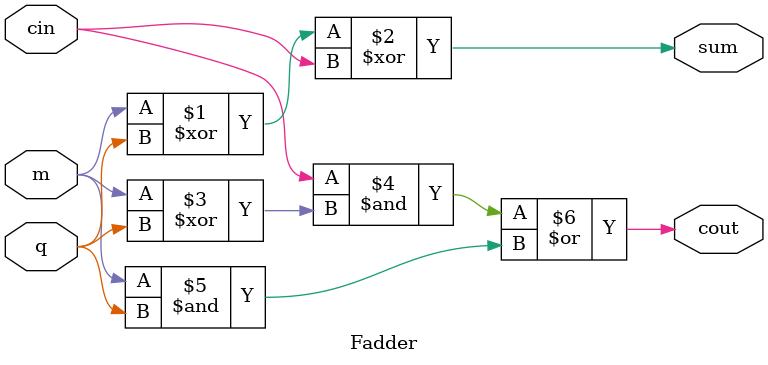
<source format=v>
/*
 * Copyright (c) 2024 Your Name
 * SPDX-License-Identifier: Apache-2.0
 */

`default_nettype none

module tt_um_array_mult_stuctural_sarahherrera (
    input  wire [7:0] ui_in,    // Dedicated inputs
    output wire [7:0] uo_out,   // Dedicated outputs
    input  wire [7:0] uio_in,   // IOs: Input path
    output wire [7:0] uio_out,  // IOs: Output path
    output wire [7:0] uio_oe,   // IOs: Enable path (active high: 0=input, 1=output)
    input  wire       ena,      // always 1 when the design is powered, so you can ignore it
    input  wire       clk,      // clock
    input  wire       rst_n     // reset_n - low to reset
);


  // All output pins must be assigned. If not used, assign to 0.
  
  wire [3:0] m = ui_in[7:4];
  wire [3:0] q = ui_in[3:0];
  wire [7:0] p;

  wire carry1, carry2, carry3, carry4, carry5, carry6, carry7, carry8, carry9, carry10, carry11;
  wire sum1, sum2, sum3, sum4, sum5, sum6;

  assign p[0] = m[0] & q[0];

  Fadder adder1 (m[0] & q[1], m[1] & q[0], 1'b0, p[1], carry1);
  Fadder adder2 (m[2] & q[0], m[1] & q[1], carry1, sum1, carry2);
  Fadder adder3 (m[3] & q[0], m[2] & q[1], carry2, sum2, carry3);
  Fadder adder4 (m[3] & q[1], 1'b0, carry3, sum3, carry4);

  Fadder adder5 (m[0] & q[2], sum1,1'b0, p[2], carry5);
  Fadder adder6 (m[1] & q[2], sum2, carry5, sum4, carry6);
  Fadder adder7 (m[2] & q[2], sum3, carry6, sum5, carry7);
  Fadder adder8 (m[3] & q[2], carry4, carry7, sum6, carry8);

  Fadder adder9 (m[0] & q[3], sum4, 1'b0, p[3],carry9);
  Fadder adder10 (m[1] & q[3], sum5, carry9, p[4], carry10);
  Fadder adder11 (m[2] & q[3], sum6, carry10, p[5], carry11);
  Fadder adder12 (m[3] & q[3], carry8, carry11, p[6], p[7]);


  assign uo_out = p;

  assign uio_out = 0;
  assign uio_oe  = 0;

  // List all unused inputs to prevent warnings
  wire _unused = &{ena, clk, rst_n, uio_in, 1'b0};

endmodule

module Fadder(
    input m,
    input q,
    input cin,
    output sum,
    output cout
    );
    
    assign sum = m ^ q ^ cin;
    assign cout = (cin & (m^q)) | (m&q);
    
endmodule 


</source>
